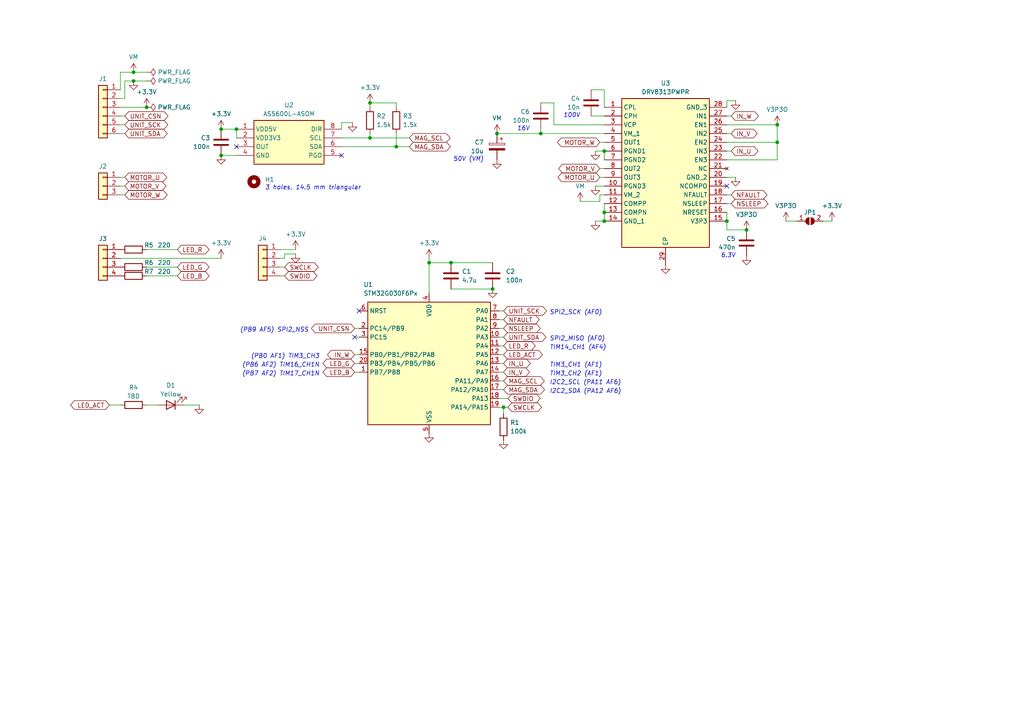
<source format=kicad_sch>
(kicad_sch (version 20230121) (generator eeschema)
  (paper "A4")
  (lib_symbols
    (symbol "Clouds_symbols:AS5600L-ASOM"
      (property "Reference" "U" (at 26.67 7.62 0))
      (property "Value" "AS5600L-ASOM" (at 26.67 5.08 0))
      (symbol "AS5600L-ASOM_1_1"
        (rectangle (start 5.08 2.54) (end 25.4 -10.16) (stroke (width 0.254)) (fill (type background)))
        (pin passive line (at 0 0 0) (length 5.08) (name "VDD5V") (number "1"))
        (pin passive line (at 0 -2.54 0) (length 5.08) (name "VDD3V3") (number "2"))
        (pin passive line (at 0 -5.08 0) (length 5.08) (name "OUT") (number "3"))
        (pin passive line (at 0 -7.62 0) (length 5.08) (name "GND") (number "4"))
        (pin passive line (at 30.48 -7.62 180) (length 5.08) (name "PGO") (number "5"))
        (pin passive line (at 30.48 -5.08 180) (length 5.08) (name "SDA") (number "6"))
        (pin passive line (at 30.48 -2.54 180) (length 5.08) (name "SCL") (number "7"))
        (pin passive line (at 30.48 0 180) (length 5.08) (name "DIR") (number "8"))
      )
    )
    (symbol "Clouds_symbols:DRV8313PWPR"
      (property "Reference" "U" (at 31.75 7.62 0))
      (property "Value" "DRV8313PWPR" (at 31.75 5.08 0))
      (symbol "DRV8313PWPR_1_1"
        (rectangle (start 5.08 2.54) (end 30.48 -40.64) (stroke (width 0.254)) (fill (type background)))
        (pin passive line (at 0 0 0) (length 5.08) (name "CPL") (number "1"))
        (pin passive line (at 0 -22.86 0) (length 5.08) (name "PGND3") (number "10"))
        (pin passive line (at 0 -25.4 0) (length 5.08) (name "VM_2") (number "11"))
        (pin passive line (at 0 -27.94 0) (length 5.08) (name "COMPP") (number "12"))
        (pin passive line (at 0 -30.48 0) (length 5.08) (name "COMPN") (number "13"))
        (pin passive line (at 0 -33.02 0) (length 5.08) (name "GND_1") (number "14"))
        (pin power_out line (at 35.56 -33.02 180) (length 5.08) (name "V3P3") (number "15"))
        (pin passive line (at 35.56 -30.48 180) (length 5.08) (name "NRESET") (number "16"))
        (pin passive line (at 35.56 -27.94 180) (length 5.08) (name "NSLEEP") (number "17"))
        (pin passive line (at 35.56 -25.4 180) (length 5.08) (name "NFAULT") (number "18"))
        (pin passive line (at 35.56 -22.86 180) (length 5.08) (name "NCOMPO") (number "19"))
        (pin passive line (at 0 -2.54 0) (length 5.08) (name "CPH") (number "2"))
        (pin passive line (at 35.56 -20.32 180) (length 5.08) (name "GND_2") (number "20"))
        (pin no_connect line (at 35.56 -17.78 180) (length 5.08) (name "NC") (number "21"))
        (pin passive line (at 35.56 -15.24 180) (length 5.08) (name "EN3") (number "22"))
        (pin passive line (at 35.56 -12.7 180) (length 5.08) (name "IN3") (number "23"))
        (pin passive line (at 35.56 -10.16 180) (length 5.08) (name "EN2") (number "24"))
        (pin passive line (at 35.56 -7.62 180) (length 5.08) (name "IN2") (number "25"))
        (pin passive line (at 35.56 -5.08 180) (length 5.08) (name "EN1") (number "26"))
        (pin passive line (at 35.56 -2.54 180) (length 5.08) (name "IN1") (number "27"))
        (pin passive line (at 35.56 0 180) (length 5.08) (name "GND_3") (number "28"))
        (pin passive line (at 17.78 -45.72 90) (length 5.08) (name "EP") (number "29"))
        (pin passive line (at 0 -5.08 0) (length 5.08) (name "VCP") (number "3"))
        (pin passive line (at 0 -7.62 0) (length 5.08) (name "VM_1") (number "4"))
        (pin passive line (at 0 -10.16 0) (length 5.08) (name "OUT1") (number "5"))
        (pin passive line (at 0 -12.7 0) (length 5.08) (name "PGND1") (number "6"))
        (pin passive line (at 0 -15.24 0) (length 5.08) (name "PGND2") (number "7"))
        (pin passive line (at 0 -17.78 0) (length 5.08) (name "OUT2") (number "8"))
        (pin passive line (at 0 -20.32 0) (length 5.08) (name "OUT3") (number "9"))
      )
    )
    (symbol "Clouds_symbols:V3P3O" (power) (pin_names (offset 0))
      (property "Value" "V3P3O" (at 0 3.81 0))
      (symbol "V3P3O_0_1"
        (polyline (pts (xy -0.762 1.27) (xy 0 2.54)))
        (polyline (pts (xy 0 0) (xy 0 2.54)))
        (polyline (pts (xy 0 2.54) (xy 0.762 1.27)))
      )
      (symbol "V3P3O_1_1"
        (pin power_in line (at 0 0 90) (length 0) hide (name "V3P3O") (number "1"))
      )
    )
    (symbol "Clouds_symbols:VM" (power) (pin_names (offset 0))
      (property "Value" "VM" (at 0 3.81 0))
      (symbol "VM_0_1"
        (polyline (pts (xy -0.762 1.27) (xy 0 2.54)))
        (polyline (pts (xy 0 0) (xy 0 2.54)))
        (polyline (pts (xy 0 2.54) (xy 0.762 1.27)))
      )
      (symbol "VM_1_1"
        (pin power_in line (at 0 0 90) (length 0) hide (name "VM") (number "1"))
      )
    )
    (symbol "Connector_Generic:Conn_01x03" (pin_names (offset 1.016) hide)
      (property "Reference" "J" (at 0 5.08 0))
      (property "Value" "Conn_01x03" (at 0 -5.08 0))
      (symbol "Conn_01x03_1_1"
        (rectangle (start -1.27 -2.413) (end 0 -2.667) (stroke (width 0.1524)))
        (rectangle (start -1.27 0.127) (end 0 -0.127) (stroke (width 0.1524)))
        (rectangle (start -1.27 2.667) (end 0 2.413) (stroke (width 0.1524)))
        (rectangle (start -1.27 3.81) (end 1.27 -3.81) (stroke (width 0.254)) (fill (type background)))
        (pin passive line (at -5.08 2.54 0) (length 3.81) (name "Pin_1") (number "1"))
        (pin passive line (at -5.08 0 0) (length 3.81) (name "Pin_2") (number "2"))
        (pin passive line (at -5.08 -2.54 0) (length 3.81) (name "Pin_3") (number "3"))
      )
    )
    (symbol "Connector_Generic:Conn_01x04" (pin_names (offset 1.016) hide)
      (property "Reference" "J" (at 0 5.08 0))
      (property "Value" "Conn_01x04" (at 0 -7.62 0))
      (symbol "Conn_01x04_1_1"
        (rectangle (start -1.27 -4.953) (end 0 -5.207) (stroke (width 0.1524)))
        (rectangle (start -1.27 -2.413) (end 0 -2.667) (stroke (width 0.1524)))
        (rectangle (start -1.27 0.127) (end 0 -0.127) (stroke (width 0.1524)))
        (rectangle (start -1.27 2.667) (end 0 2.413) (stroke (width 0.1524)))
        (rectangle (start -1.27 3.81) (end 1.27 -6.35) (stroke (width 0.254)) (fill (type background)))
        (pin passive line (at -5.08 2.54 0) (length 3.81) (name "Pin_1") (number "1"))
        (pin passive line (at -5.08 0 0) (length 3.81) (name "Pin_2") (number "2"))
        (pin passive line (at -5.08 -2.54 0) (length 3.81) (name "Pin_3") (number "3"))
        (pin passive line (at -5.08 -5.08 0) (length 3.81) (name "Pin_4") (number "4"))
      )
    )
    (symbol "Connector_Generic:Conn_01x06" (pin_names (offset 1.016) hide)
      (property "Reference" "J" (at 0 7.62 0))
      (property "Value" "Conn_01x06" (at 0 -10.16 0))
      (symbol "Conn_01x06_1_1"
        (rectangle (start -1.27 -7.493) (end 0 -7.747) (stroke (width 0.1524)))
        (rectangle (start -1.27 -4.953) (end 0 -5.207) (stroke (width 0.1524)))
        (rectangle (start -1.27 -2.413) (end 0 -2.667) (stroke (width 0.1524)))
        (rectangle (start -1.27 0.127) (end 0 -0.127) (stroke (width 0.1524)))
        (rectangle (start -1.27 2.667) (end 0 2.413) (stroke (width 0.1524)))
        (rectangle (start -1.27 5.207) (end 0 4.953) (stroke (width 0.1524)))
        (rectangle (start -1.27 6.35) (end 1.27 -8.89) (stroke (width 0.254)) (fill (type background)))
        (pin passive line (at -5.08 5.08 0) (length 3.81) (name "Pin_1") (number "1"))
        (pin passive line (at -5.08 2.54 0) (length 3.81) (name "Pin_2") (number "2"))
        (pin passive line (at -5.08 0 0) (length 3.81) (name "Pin_3") (number "3"))
        (pin passive line (at -5.08 -2.54 0) (length 3.81) (name "Pin_4") (number "4"))
        (pin passive line (at -5.08 -5.08 0) (length 3.81) (name "Pin_5") (number "5"))
        (pin passive line (at -5.08 -7.62 0) (length 3.81) (name "Pin_6") (number "6"))
      )
    )
    (symbol "Device:C" (pin_numbers hide) (pin_names (offset 0.254))
      (property "Reference" "C" (at 0.635 2.54 0))
      (property "Value" "C" (at 0.635 -2.54 0))
      (symbol "C_0_1"
        (polyline (pts (xy -2.032 -0.762) (xy 2.032 -0.762)) (stroke (width 0.508)))
        (polyline (pts (xy -2.032 0.762) (xy 2.032 0.762)) (stroke (width 0.508)))
      )
      (symbol "C_1_1"
        (pin passive line (at 0 3.81 270) (length 2.794) (name "~") (number "1"))
        (pin passive line (at 0 -3.81 90) (length 2.794) (name "~") (number "2"))
      )
    )
    (symbol "Device:C_Polarized" (pin_numbers hide) (pin_names (offset 0.254))
      (property "Reference" "C" (at 0.635 2.54 0))
      (property "Value" "C_Polarized" (at 0.635 -2.54 0))
      (symbol "C_Polarized_0_1"
        (rectangle (start -2.286 0.508) (end 2.286 1.016))
        (polyline (pts (xy -1.778 2.286) (xy -0.762 2.286)))
        (polyline (pts (xy -1.27 2.794) (xy -1.27 1.778)))
        (rectangle (start 2.286 -0.508) (end -2.286 -1.016) (fill (type outline)))
      )
      (symbol "C_Polarized_1_1"
        (pin passive line (at 0 3.81 270) (length 2.794) (name "~") (number "1"))
        (pin passive line (at 0 -3.81 90) (length 2.794) (name "~") (number "2"))
      )
    )
    (symbol "Device:LED" (pin_numbers hide) (pin_names (offset 1.016) hide)
      (property "Reference" "D" (at 0 2.54 0))
      (property "Value" "LED" (at 0 -2.54 0))
      (symbol "LED_0_1"
        (polyline (pts (xy -1.27 -1.27) (xy -1.27 1.27)) (stroke (width 0.254)))
        (polyline (pts (xy -1.27 0) (xy 1.27 0)))
        (polyline (pts (xy 1.27 -1.27) (xy 1.27 1.27) (xy -1.27 0) (xy 1.27 -1.27)) (stroke (width 0.254)))
        (polyline (pts (xy -3.048 -0.762) (xy -4.572 -2.286) (xy -3.81 -2.286) (xy -4.572 -2.286) (xy -4.572 -1.524)))
        (polyline (pts (xy -1.778 -0.762) (xy -3.302 -2.286) (xy -2.54 -2.286) (xy -3.302 -2.286) (xy -3.302 -1.524)))
      )
      (symbol "LED_1_1"
        (pin passive line (at -3.81 0 0) (length 2.54) (name "K") (number "1"))
        (pin passive line (at 3.81 0 180) (length 2.54) (name "A") (number "2"))
      )
    )
    (symbol "Device:R" (pin_numbers hide) (pin_names (offset 0))
      (property "Reference" "R" (at 2.032 0 90))
      (property "Value" "R" (at 0 0 90))
      (symbol "R_0_1"
        (rectangle (start -1.016 -2.54) (end 1.016 2.54) (stroke (width 0.254)))
      )
      (symbol "R_1_1"
        (pin passive line (at 0 3.81 270) (length 1.27) (name "~") (number "1"))
        (pin passive line (at 0 -3.81 90) (length 1.27) (name "~") (number "2"))
      )
    )
    (symbol "Jumper:SolderJumper_2_Open" (pin_names (offset 0) hide)
      (property "Reference" "JP" (at 0 2.032 0))
      (property "Value" "SolderJumper_2_Open" (at 0 -2.54 0))
      (symbol "SolderJumper_2_Open_0_1"
        (arc (start -0.254 1.016) (mid -1.2656 0) (end -0.254 -1.016))
        (arc (start -0.254 1.016) (mid -1.2656 0) (end -0.254 -1.016) (fill (type outline)))
        (polyline (pts (xy -0.254 1.016) (xy -0.254 -1.016)))
        (polyline (pts (xy 0.254 1.016) (xy 0.254 -1.016)))
        (arc (start 0.254 -1.016) (mid 1.2656 0) (end 0.254 1.016))
        (arc (start 0.254 -1.016) (mid 1.2656 0) (end 0.254 1.016) (fill (type outline)))
      )
      (symbol "SolderJumper_2_Open_1_1"
        (pin passive line (at -3.81 0 0) (length 2.54) (name "A") (number "1"))
        (pin passive line (at 3.81 0 180) (length 2.54) (name "B") (number "2"))
      )
    )
    (symbol "MCU_ST_STM32G0:STM32G030F6Px"
      (property "Reference" "U" (at -17.78 19.05 0))
      (property "Value" "STM32G030F6Px" (at 2.54 19.05 0))
      (symbol "STM32G030F6Px_0_1"
        (rectangle (start -17.78 -17.78) (end 17.78 17.78) (stroke (width 0.254)) (fill (type background)))
      )
      (symbol "STM32G030F6Px_1_1"
        (pin bidirectional line (at -20.32 -2.54 0) (length 2.54) (name "PB7/PB8") (number "1"))
        (pin bidirectional line (at 20.32 7.62 180) (length 2.54) (name "PA3") (number "10"))
        (pin bidirectional line (at 20.32 5.08 180) (length 2.54) (name "PA4") (number "11"))
        (pin bidirectional line (at 20.32 2.54 180) (length 2.54) (name "PA5") (number "12"))
        (pin bidirectional line (at 20.32 0 180) (length 2.54) (name "PA6") (number "13"))
        (pin bidirectional line (at 20.32 -2.54 180) (length 2.54) (name "PA7") (number "14"))
        (pin bidirectional line (at -20.32 2.54 0) (length 2.54) (name "PB0/PB1/PB2/PA8") (number "15"))
        (pin bidirectional line (at 20.32 -5.08 180) (length 2.54) (name "PA11/PA9") (number "16"))
        (pin bidirectional line (at 20.32 -7.62 180) (length 2.54) (name "PA12/PA10") (number "17"))
        (pin bidirectional line (at 20.32 -10.16 180) (length 2.54) (name "PA13") (number "18"))
        (pin bidirectional line (at 20.32 -12.7 180) (length 2.54) (name "PA14/PA15") (number "19"))
        (pin bidirectional line (at -20.32 10.16 0) (length 2.54) (name "PC14/PB9") (number "2"))
        (pin bidirectional line (at -20.32 0 0) (length 2.54) (name "PB3/PB4/PB5/PB6") (number "20"))
        (pin bidirectional line (at -20.32 7.62 0) (length 2.54) (name "PC15") (number "3"))
        (pin power_in line (at 0 20.32 270) (length 2.54) (name "VDD") (number "4"))
        (pin power_in line (at 0 -20.32 90) (length 2.54) (name "VSS") (number "5"))
        (pin input line (at -20.32 15.24 0) (length 2.54) (name "NRST") (number "6"))
        (pin bidirectional line (at 20.32 15.24 180) (length 2.54) (name "PA0") (number "7"))
        (pin bidirectional line (at 20.32 12.7 180) (length 2.54) (name "PA1") (number "8"))
        (pin bidirectional line (at 20.32 10.16 180) (length 2.54) (name "PA2") (number "9"))
      )
    )
    (symbol "Mechanical:MountingHole" (pin_names (offset 1.016))
      (property "Reference" "H" (at 0 5.08 0))
      (property "Value" "MountingHole" (at 0 3.175 0))
      (symbol "MountingHole_0_1"
        (circle (center 0 0) (radius 1.27) (stroke (width 1.27)))
      )
    )
    (symbol "power:+3.3V" (power) (pin_names (offset 0))
      (property "Value" "+3.3V" (at 0 3.556 0))
      (symbol "+3.3V_0_1"
        (polyline (pts (xy -0.762 1.27) (xy 0 2.54)))
        (polyline (pts (xy 0 0) (xy 0 2.54)))
        (polyline (pts (xy 0 2.54) (xy 0.762 1.27)))
      )
      (symbol "+3.3V_1_1"
        (pin power_in line (at 0 0 90) (length 0) hide (name "+3.3V") (number "1"))
      )
    )
    (symbol "power:GND" (power) (pin_names (offset 0))
      (property "Value" "GND" (at 0 -3.81 0))
      (symbol "GND_0_1"
        (polyline (pts (xy 0 0) (xy 0 -1.27) (xy 1.27 -1.27) (xy 0 -2.54) (xy -1.27 -1.27) (xy 0 -1.27)))
      )
      (symbol "GND_1_1"
        (pin power_in line (at 0 0 270) (length 0) hide (name "GND") (number "1"))
      )
    )
    (symbol "power:PWR_FLAG" (power) (pin_numbers hide) (pin_names (offset 0) hide)
      (property "Value" "PWR_FLAG" (at 0 3.81 0))
      (symbol "PWR_FLAG_0_0"
        (pin power_out line (at 0 0 90) (length 0) (name "pwr") (number "1"))
      )
      (symbol "PWR_FLAG_0_1"
        (polyline (pts (xy 0 0) (xy 0 1.27) (xy -1.016 1.905) (xy 0 2.54) (xy 1.016 1.905) (xy 0 1.27)))
      )
    )
  )
  (junction (at 142.875 83.82))
  (junction (at 156.845 38.735))
  (junction (at 175.26 61.595))
  (junction (at 175.26 43.815))
  (junction (at 107.315 29.845))
  (junction (at 216.535 66.675))
  (junction (at 38.735 23.495))
  (junction (at 146.05 118.11))
  (junction (at 130.81 76.2))
  (junction (at 114.935 42.545))
  (junction (at 225.425 36.195))
  (junction (at 175.26 64.135))
  (junction (at 38.735 20.955))
  (junction (at 42.545 31.115))
  (junction (at 68.58 37.465))
  (junction (at 124.46 76.2))
  (junction (at 107.315 40.005))
  (junction (at 144.145 38.735))
  (junction (at 225.425 41.275))
  (junction (at 210.82 64.135))
  (junction (at 64.135 37.465))
  (junction (at 64.135 45.085))
  (no_connect (at 102.87 97.79))
  (no_connect (at 99.06 45.085))
  (no_connect (at 68.58 42.545))
  (no_connect (at 104.14 90.17))
  (no_connect (at 210.82 53.975))
  (wire (pts (xy 144.78 115.57) (xy 147.32 115.57)))
  (wire (pts (xy 156.845 37.465) (xy 156.845 38.735)))
  (wire (pts (xy 225.425 35.56) (xy 225.425 36.195)))
  (wire (pts (xy 130.81 76.2) (xy 142.875 76.2)))
  (wire (pts (xy 42.545 80.01) (xy 51.435 80.01)))
  (wire (pts (xy 38.735 20.955) (xy 42.545 20.955)))
  (wire (pts (xy 42.545 117.475) (xy 45.72 117.475)))
  (wire (pts (xy 31.75 117.475) (xy 34.925 117.475)))
  (wire (pts (xy 156.845 38.735) (xy 175.26 38.735)))
  (wire (pts (xy 102.87 105.41) (xy 104.14 105.41)))
  (wire (pts (xy 34.925 20.955) (xy 38.735 20.955)))
  (wire (pts (xy 82.55 73.66) (xy 85.725 73.66)))
  (wire (pts (xy 146.05 110.49) (xy 144.78 110.49)))
  (wire (pts (xy 64.135 37.465) (xy 68.58 37.465)))
  (wire (pts (xy 107.315 40.005) (xy 118.745 40.005)))
  (wire (pts (xy 173.99 56.515) (xy 173.99 58.42)))
  (wire (pts (xy 34.925 28.575) (xy 36.195 28.575)))
  (wire (pts (xy 241.3 64.135) (xy 238.76 64.135)))
  (wire (pts (xy 146.05 105.41) (xy 144.78 105.41)))
  (wire (pts (xy 124.46 74.93) (xy 124.46 76.2)))
  (wire (pts (xy 99.06 40.005) (xy 107.315 40.005)))
  (wire (pts (xy 210.82 36.195) (xy 225.425 36.195)))
  (wire (pts (xy 173.99 51.435) (xy 175.26 51.435)))
  (wire (pts (xy 146.05 92.71) (xy 144.78 92.71)))
  (wire (pts (xy 210.82 66.675) (xy 210.82 64.135)))
  (wire (pts (xy 36.195 38.735) (xy 34.925 38.735)))
  (wire (pts (xy 144.78 102.87) (xy 146.05 102.87)))
  (wire (pts (xy 107.315 29.845) (xy 107.315 31.115)))
  (wire (pts (xy 225.425 46.355) (xy 225.425 41.275)))
  (wire (pts (xy 210.82 66.675) (xy 216.535 66.675)))
  (wire (pts (xy 146.05 118.11) (xy 146.05 120.015)))
  (wire (pts (xy 225.425 36.195) (xy 225.425 41.275)))
  (wire (pts (xy 210.82 29.21) (xy 213.36 29.21)))
  (wire (pts (xy 82.55 73.66) (xy 82.55 74.93)))
  (wire (pts (xy 175.26 43.815) (xy 175.26 46.355)))
  (wire (pts (xy 99.06 37.465) (xy 99.06 35.56)))
  (wire (pts (xy 212.09 59.055) (xy 210.82 59.055)))
  (wire (pts (xy 38.735 23.495) (xy 42.545 23.495)))
  (wire (pts (xy 34.925 20.955) (xy 34.925 26.035)))
  (wire (pts (xy 175.26 56.515) (xy 173.99 56.515)))
  (wire (pts (xy 114.935 38.735) (xy 114.935 42.545)))
  (wire (pts (xy 34.925 51.435) (xy 36.195 51.435)))
  (wire (pts (xy 130.81 83.82) (xy 142.875 83.82)))
  (wire (pts (xy 34.925 33.655) (xy 36.195 33.655)))
  (wire (pts (xy 173.99 48.895) (xy 175.26 48.895)))
  (wire (pts (xy 175.26 61.595) (xy 175.26 64.135)))
  (wire (pts (xy 82.55 80.01) (xy 81.28 80.01)))
  (wire (pts (xy 118.745 42.545) (xy 114.935 42.545)))
  (wire (pts (xy 34.925 31.115) (xy 42.545 31.115)))
  (wire (pts (xy 210.82 61.595) (xy 210.82 64.135)))
  (wire (pts (xy 42.545 72.39) (xy 51.435 72.39)))
  (wire (pts (xy 102.87 97.79) (xy 104.14 97.79)))
  (wire (pts (xy 114.935 31.115) (xy 114.935 29.845)))
  (wire (pts (xy 144.145 38.735) (xy 156.845 38.735)))
  (wire (pts (xy 146.05 95.25) (xy 144.78 95.25)))
  (wire (pts (xy 171.45 33.655) (xy 175.26 33.655)))
  (wire (pts (xy 102.87 95.25) (xy 104.14 95.25)))
  (wire (pts (xy 175.26 26.035) (xy 171.45 26.035)))
  (wire (pts (xy 68.58 37.465) (xy 68.58 40.005)))
  (wire (pts (xy 42.545 77.47) (xy 51.435 77.47)))
  (wire (pts (xy 146.05 100.33) (xy 144.78 100.33)))
  (wire (pts (xy 107.315 38.735) (xy 107.315 40.005)))
  (wire (pts (xy 172.72 64.135) (xy 175.26 64.135)))
  (wire (pts (xy 102.87 102.87) (xy 104.14 102.87)))
  (wire (pts (xy 156.845 29.845) (xy 160.655 29.845)))
  (wire (pts (xy 210.82 56.515) (xy 212.09 56.515)))
  (wire (pts (xy 146.05 90.17) (xy 144.78 90.17)))
  (wire (pts (xy 175.26 59.055) (xy 175.26 61.595)))
  (wire (pts (xy 99.06 35.56) (xy 102.235 35.56)))
  (wire (pts (xy 210.82 29.21) (xy 210.82 31.115)))
  (wire (pts (xy 146.05 113.03) (xy 144.78 113.03)))
  (wire (pts (xy 34.925 36.195) (xy 36.195 36.195)))
  (wire (pts (xy 173.99 41.275) (xy 175.26 41.275)))
  (wire (pts (xy 124.46 76.2) (xy 130.81 76.2)))
  (wire (pts (xy 160.655 29.845) (xy 160.655 36.195)))
  (wire (pts (xy 53.34 117.475) (xy 57.785 117.475)))
  (wire (pts (xy 81.28 72.39) (xy 85.725 72.39)))
  (wire (pts (xy 210.82 41.275) (xy 225.425 41.275)))
  (wire (pts (xy 82.55 74.93) (xy 81.28 74.93)))
  (wire (pts (xy 175.26 31.115) (xy 175.26 26.035)))
  (wire (pts (xy 114.935 42.545) (xy 99.06 42.545)))
  (wire (pts (xy 227.965 64.135) (xy 231.14 64.135)))
  (wire (pts (xy 213.36 51.435) (xy 210.82 51.435)))
  (wire (pts (xy 82.55 77.47) (xy 81.28 77.47)))
  (wire (pts (xy 212.09 33.655) (xy 210.82 33.655)))
  (wire (pts (xy 114.935 29.845) (xy 107.315 29.845)))
  (wire (pts (xy 34.925 53.975) (xy 36.195 53.975)))
  (wire (pts (xy 124.46 76.2) (xy 124.46 85.09)))
  (wire (pts (xy 36.195 28.575) (xy 36.195 23.495)))
  (wire (pts (xy 173.99 58.42) (xy 168.275 58.42)))
  (wire (pts (xy 102.87 107.95) (xy 104.14 107.95)))
  (wire (pts (xy 146.05 97.79) (xy 144.78 97.79)))
  (wire (pts (xy 160.655 36.195) (xy 175.26 36.195)))
  (wire (pts (xy 146.05 118.11) (xy 144.78 118.11)))
  (wire (pts (xy 210.82 46.355) (xy 225.425 46.355)))
  (wire (pts (xy 34.925 74.93) (xy 64.135 74.93)))
  (wire (pts (xy 147.32 118.11) (xy 146.05 118.11)))
  (wire (pts (xy 212.09 43.815) (xy 210.82 43.815)))
  (wire (pts (xy 172.72 53.975) (xy 175.26 53.975)))
  (wire (pts (xy 64.135 45.085) (xy 68.58 45.085)))
  (wire (pts (xy 212.09 38.735) (xy 210.82 38.735)))
  (wire (pts (xy 172.72 43.815) (xy 175.26 43.815)))
  (wire (pts (xy 146.05 107.95) (xy 144.78 107.95)))
  (wire (pts (xy 34.925 56.515) (xy 36.195 56.515)))
  (wire (pts (xy 36.195 23.495) (xy 38.735 23.495)))
  (text "I2C2_SCL (PA11 AF6)" (at 159.385 111.76 0) (effects (font (size 1.27 1.27) italic) (justify left bottom)))
  (text "I2C2_SDA (PA12 AF6)" (at 159.385 114.3 0) (effects (font (size 1.27 1.27) italic) (justify left bottom)))
  (text "(PB0 AF1) TIM3_CH3" (at 92.71 104.14 0) (effects (font (size 1.27 1.27) italic) (justify right bottom)))
  (text "SPI2_SCK (AF0)" (at 159.385 91.44 0) (effects (font (size 1.27 1.27) italic) (justify left bottom)))
  (text "(PB7 AF2) TIM17_CH1N" (at 92.71 109.22 0) (effects (font (size 1.27 1.27) italic) (justify right bottom)))
  (text "50V (VM)" (at 140.335 46.99 0) (effects (font (size 1.27 1.27) italic) (justify right bottom)))
  (text "16V" (at 153.67 38.1 0) (effects (font (size 1.27 1.27) italic) (justify right bottom)))
  (text "(PB9 AF5) SPI2_NSS" (at 89.535 96.52 0) (effects (font (size 1.27 1.27) italic) (justify right bottom)))
  (text "(PB6 AF2) TIM16_CH1N" (at 92.71 106.68 0) (effects (font (size 1.27 1.27) italic) (justify right bottom)))
  (text "100V" (at 168.275 34.29 0) (effects (font (size 1.27 1.27) italic) (justify right bottom)))
  (text "TIM3_CH1 (AF1)" (at 159.385 106.68 0) (effects (font (size 1.27 1.27) italic) (justify left bottom)))
  (text "TIM3_CH2 (AF1)" (at 159.385 109.22 0) (effects (font (size 1.27 1.27) italic) (justify left bottom)))
  (text "TIM14_CH1 (AF4)" (at 159.385 101.6 0) (effects (font (size 1.27 1.27) italic) (justify left bottom)))
  (text "6.3V" (at 213.36 74.93 0) (effects (font (size 1.27 1.27) italic) (justify right bottom)))
  (text "SPI2_MISO (AF0)" (at 159.385 99.06 0) (effects (font (size 1.27 1.27) italic) (justify left bottom)))
  (text "3 holes, 14.5 mm triangular" (at 76.835 55.245 0) (effects (font (size 1.27 1.27) italic) (justify left bottom)))
  (global_label "MOTOR_W" (shape bidirectional) (at 36.195 56.515 0) (property "Intersheetrefs" "${INTERSHEET_REFS}" (effects hide)))
  (global_label "UNIT_SCK" (shape bidirectional) (at 146.05 90.17 0) (property "Intersheetrefs" "${INTERSHEET_REFS}" (effects hide)))
  (global_label "IN_U" (shape bidirectional) (at 212.09 43.815 0) (property "Intersheetrefs" "${INTERSHEET_REFS}" (effects hide)))
  (global_label "LED_ACT" (shape bidirectional) (at 31.75 117.475 180) (property "Intersheetrefs" "${INTERSHEET_REFS}" (effects hide)))
  (global_label "MOTOR_U" (shape bidirectional) (at 36.195 51.435 0) (property "Intersheetrefs" "${INTERSHEET_REFS}" (effects hide)))
  (global_label "IN_V" (shape bidirectional) (at 212.09 38.735 0) (property "Intersheetrefs" "${INTERSHEET_REFS}" (effects hide)))
  (global_label "LED_R" (shape bidirectional) (at 51.435 72.39 0) (property "Intersheetrefs" "${INTERSHEET_REFS}" (effects hide)))
  (global_label "SWDIO" (shape bidirectional) (at 147.32 115.57 0) (property "Intersheetrefs" "${INTERSHEET_REFS}" (effects hide)))
  (global_label "NSLEEP" (shape bidirectional) (at 146.05 95.25 0) (property "Intersheetrefs" "${INTERSHEET_REFS}" (effects hide)))
  (global_label "SWCLK" (shape bidirectional) (at 82.55 77.47 0) (property "Intersheetrefs" "${INTERSHEET_REFS}" (effects hide)))
  (global_label "LED_G" (shape bidirectional) (at 102.87 105.41 180) (property "Intersheetrefs" "${INTERSHEET_REFS}" (effects hide)))
  (global_label "IN_U" (shape bidirectional) (at 146.05 105.41 0) (property "Intersheetrefs" "${INTERSHEET_REFS}" (effects hide)))
  (global_label "MAG_SDA" (shape bidirectional) (at 146.05 113.03 0) (property "Intersheetrefs" "${INTERSHEET_REFS}" (effects hide)))
  (global_label "UNIT_SDA" (shape bidirectional) (at 146.05 97.79 0) (property "Intersheetrefs" "${INTERSHEET_REFS}" (effects hide)))
  (global_label "UNIT_CSN" (shape bidirectional) (at 36.195 33.655 0) (property "Intersheetrefs" "${INTERSHEET_REFS}" (effects hide)))
  (global_label "LED_B" (shape bidirectional) (at 102.87 107.95 180) (property "Intersheetrefs" "${INTERSHEET_REFS}" (effects hide)))
  (global_label "UNIT_SDA" (shape bidirectional) (at 36.195 38.735 0) (property "Intersheetrefs" "${INTERSHEET_REFS}" (effects hide)))
  (global_label "LED_G" (shape bidirectional) (at 51.435 77.47 0) (property "Intersheetrefs" "${INTERSHEET_REFS}" (effects hide)))
  (global_label "NSLEEP" (shape bidirectional) (at 212.09 59.055 0) (property "Intersheetrefs" "${INTERSHEET_REFS}" (effects hide)))
  (global_label "MOTOR_V" (shape bidirectional) (at 36.195 53.975 0) (property "Intersheetrefs" "${INTERSHEET_REFS}" (effects hide)))
  (global_label "MAG_SDA" (shape bidirectional) (at 118.745 42.545 0) (property "Intersheetrefs" "${INTERSHEET_REFS}" (effects hide)))
  (global_label "NFAULT" (shape bidirectional) (at 212.09 56.515 0) (property "Intersheetrefs" "${INTERSHEET_REFS}" (effects hide)))
  (global_label "MOTOR_V" (shape bidirectional) (at 173.99 48.895 180) (property "Intersheetrefs" "${INTERSHEET_REFS}" (effects hide)))
  (global_label "SWDIO" (shape bidirectional) (at 82.55 80.01 0) (property "Intersheetrefs" "${INTERSHEET_REFS}" (effects hide)))
  (global_label "IN_V" (shape bidirectional) (at 146.05 107.95 0) (property "Intersheetrefs" "${INTERSHEET_REFS}" (effects hide)))
  (global_label "MAG_SCL" (shape bidirectional) (at 118.745 40.005 0) (property "Intersheetrefs" "${INTERSHEET_REFS}" (effects hide)))
  (global_label "MOTOR_U" (shape bidirectional) (at 173.99 51.435 180) (property "Intersheetrefs" "${INTERSHEET_REFS}" (effects hide)))
  (global_label "SWCLK" (shape bidirectional) (at 147.32 118.11 0) (property "Intersheetrefs" "${INTERSHEET_REFS}" (effects hide)))
  (global_label "LED_R" (shape bidirectional) (at 146.05 100.33 0) (property "Intersheetrefs" "${INTERSHEET_REFS}" (effects hide)))
  (global_label "LED_ACT" (shape bidirectional) (at 146.05 102.87 0) (property "Intersheetrefs" "${INTERSHEET_REFS}" (effects hide)))
  (global_label "LED_B" (shape bidirectional) (at 51.435 80.01 0) (property "Intersheetrefs" "${INTERSHEET_REFS}" (effects hide)))
  (global_label "UNIT_CSN" (shape bidirectional) (at 102.87 95.25 180) (property "Intersheetrefs" "${INTERSHEET_REFS}" (effects hide)))
  (global_label "NFAULT" (shape bidirectional) (at 146.05 92.71 0) (property "Intersheetrefs" "${INTERSHEET_REFS}" (effects hide)))
  (global_label "IN_W" (shape bidirectional) (at 102.87 102.87 180) (property "Intersheetrefs" "${INTERSHEET_REFS}" (effects hide)))
  (global_label "UNIT_SCK" (shape bidirectional) (at 36.195 36.195 0) (property "Intersheetrefs" "${INTERSHEET_REFS}" (effects hide)))
  (global_label "MOTOR_W" (shape bidirectional) (at 173.99 41.275 180) (property "Intersheetrefs" "${INTERSHEET_REFS}" (effects hide)))
  (global_label "IN_W" (shape bidirectional) (at 212.09 33.655 0) (property "Intersheetrefs" "${INTERSHEET_REFS}" (effects hide)))
  (global_label "MAG_SCL" (shape bidirectional) (at 146.05 110.49 0) (property "Intersheetrefs" "${INTERSHEET_REFS}" (effects hide)))
  (symbol (lib_id "Device:R") (at 38.735 80.01 90) (unit 1)
    (property "Reference" "R7" (at 43.18 78.74 90))
    (property "Value" "220" (at 47.625 78.74 90))
    (property "Footprint" "Resistor_SMD:R_0603_1608Metric" (effects hide))
  )
  (symbol (lib_id "power:GND") (at 146.05 127.635 0) (unit 1)
    (property "Reference" "#PWR021" (effects hide))
    (property "Value" "GND" (effects hide))
  )
  (symbol (lib_id "power:GND") (at 57.785 117.475 0) (unit 1)
    (property "Reference" "#PWR026" (effects hide))
    (property "Value" "GND" (effects hide))
  )
  (symbol (lib_id "Device:LED") (at 49.53 117.475 180) (unit 1)
    (property "Reference" "D1" (at 49.53 111.76 0))
    (property "Value" "Yellow" (at 49.53 114.3 0))
    (property "Footprint" "LED_SMD:LED_0603_1608Metric" (effects hide))
  )
  (symbol (lib_id "Clouds_symbols:V3P3O") (at 227.965 64.135 0) (unit 1)
    (property "Reference" "#PWR031" (effects hide))
    (property "Value" "V3P3O" (at 227.965 59.69 0))
  )
  (symbol (lib_id "power:GND") (at 213.36 51.435 0) (unit 1)
    (property "Reference" "#PWR04" (effects hide))
    (property "Value" "GND" (effects hide))
  )
  (symbol (lib_id "power:GND") (at 124.46 125.73 0) (unit 1)
    (property "Reference" "#PWR024" (effects hide))
    (property "Value" "GND" (effects hide))
  )
  (symbol (lib_id "power:+3.3V") (at 241.3 64.135 0) (unit 1)
    (property "Reference" "#PWR09" (effects hide))
    (property "Value" "+3.3V" (at 241.3 59.69 0))
  )
  (symbol (lib_id "Jumper:SolderJumper_2_Open") (at 234.95 64.135 0) (unit 1)
    (property "Reference" "JP1" (at 234.95 61.595 0))
    (property "Value" "SolderJumper_2_Open" (effects hide))
    (property "Footprint" "Jumper:SolderJumper-2_P1.3mm_Open_RoundedPad1.0x1.5mm" (effects hide))
  )
  (symbol (lib_id "Device:C") (at 130.81 80.01 0) (unit 1)
    (property "Reference" "C1" (at 133.985 78.74 0) (effects (justify left)))
    (property "Value" "4.7u" (at 133.985 81.28 0) (effects (justify left)))
    (property "Footprint" "Capacitor_SMD:C_0603_1608Metric" (effects hide))
  )
  (symbol (lib_id "Device:R") (at 38.735 72.39 90) (unit 1)
    (property "Reference" "R5" (at 43.18 71.12 90))
    (property "Value" "220" (at 47.625 71.12 90))
    (property "Footprint" "Resistor_SMD:R_0603_1608Metric" (effects hide))
  )
  (symbol (lib_id "power:+3.3V") (at 42.545 31.115 0) (unit 1)
    (property "Reference" "#PWR025" (effects hide))
    (property "Value" "+3.3V" (at 42.545 26.67 0))
  )
  (symbol (lib_id "Device:C") (at 216.535 70.485 0) (mirror y) (unit 1)
    (property "Reference" "C5" (at 213.36 69.215 0) (effects (justify left)))
    (property "Value" "470n" (at 213.36 71.755 0) (effects (justify left)))
    (property "Footprint" "Capacitor_SMD:C_0805_2012Metric" (effects hide))
  )
  (symbol (lib_id "Connector_Generic:Conn_01x03") (at 29.845 53.975 0) (mirror y) (unit 1)
    (property "Reference" "J2" (at 29.845 48.26 0))
    (property "Value" "Conn_01x03" (effects hide))
    (property "Footprint" "Connector_PinHeader_2.54mm:PinHeader_1x03_P2.54mm_Vertical" (effects hide))
  )
  (symbol (lib_id "Clouds_symbols:VM") (at 168.275 58.42 0) (unit 1)
    (property "Reference" "#PWR016" (effects hide))
    (property "Value" "VM" (at 168.275 53.975 0))
  )
  (symbol (lib_id "power:GND") (at 64.135 45.085 0) (unit 1)
    (property "Reference" "#PWR012" (effects hide))
    (property "Value" "GND" (effects hide))
  )
  (symbol (lib_id "Clouds_symbols:V3P3O") (at 225.425 36.195 0) (mirror y) (unit 1)
    (property "Reference" "#PWR018" (effects hide))
    (property "Value" "V3P3O" (at 225.425 31.75 0))
  )
  (symbol (lib_id "Device:R") (at 38.735 77.47 90) (unit 1)
    (property "Reference" "R6" (at 43.18 76.2 90))
    (property "Value" "220" (at 47.625 76.2 90))
    (property "Footprint" "Resistor_SMD:R_0603_1608Metric" (effects hide))
  )
  (symbol (lib_id "Clouds_symbols:VM") (at 144.145 38.735 0) (unit 1)
    (property "Reference" "#PWR010" (effects hide))
    (property "Value" "VM" (at 144.145 34.29 0))
  )
  (symbol (lib_id "Device:C") (at 171.45 29.845 0) (unit 1)
    (property "Reference" "C4" (at 168.275 28.575 0) (effects (justify right)))
    (property "Value" "10n" (at 168.275 31.115 0) (effects (justify right)))
    (property "Footprint" "Capacitor_SMD:C_0603_1608Metric" (effects hide))
  )
  (symbol (lib_id "MCU_ST_STM32G0:STM32G030F6Px") (at 124.46 105.41 0) (unit 1)
    (property "Reference" "U1" (at 105.41 82.55 0) (effects (justify left)))
    (property "Value" "STM32G030F6Px" (at 105.41 85.09 0) (effects (justify left)))
    (property "Footprint" "Package_SO:TSSOP-20_4.4x6.5mm_P0.65mm" (effects hide))
    (property "Datasheet" "https://www.st.com/resource/en/datasheet/stm32g030f6.pdf" (effects hide))
  )
  (symbol (lib_id "power:GND") (at 38.735 23.495 0) (unit 1)
    (property "Reference" "#PWR02" (effects hide))
    (property "Value" "GND" (effects hide))
  )
  (symbol (lib_id "power:GND") (at 172.72 43.815 0) (unit 1)
    (property "Reference" "#PWR07" (effects hide))
    (property "Value" "GND" (effects hide))
  )
  (symbol (lib_id "power:PWR_FLAG") (at 42.545 20.955 270) (unit 1)
    (property "Reference" "#FLG01" (effects hide))
    (property "Value" "PWR_FLAG" (at 45.72 20.955 90) (effects (justify left)))
  )
  (symbol (lib_id "Connector_Generic:Conn_01x04") (at 76.2 74.93 0) (mirror y) (unit 1)
    (property "Reference" "J4" (at 76.2 69.215 0))
    (property "Value" "Conn_01x04" (effects hide))
    (property "Footprint" "Clouds_footprints:TestPoints_1x04_P2.0" (effects hide))
  )
  (symbol (lib_id "Device:R") (at 114.935 34.925 0) (unit 1)
    (property "Reference" "R3" (at 116.84 33.655 0) (effects (justify left)))
    (property "Value" "1.5k" (at 116.84 36.195 0) (effects (justify left)))
    (property "Footprint" "Resistor_SMD:R_0603_1608Metric" (effects hide))
  )
  (symbol (lib_id "power:GND") (at 213.36 29.21 0) (unit 1)
    (property "Reference" "#PWR05" (effects hide))
    (property "Value" "GND" (effects hide))
  )
  (symbol (lib_id "power:GND") (at 85.725 73.66 0) (unit 1)
    (property "Reference" "#PWR029" (effects hide))
    (property "Value" "GND" (effects hide))
  )
  (symbol (lib_id "power:GND") (at 193.04 76.835 0) (unit 1)
    (property "Reference" "#PWR017" (effects hide))
    (property "Value" "GND" (effects hide))
  )
  (symbol (lib_id "Clouds_symbols:V3P3O") (at 216.535 66.675 0) (unit 1)
    (property "Reference" "#PWR019" (effects hide))
    (property "Value" "V3P3O" (at 216.535 62.23 0))
  )
  (symbol (lib_id "power:GND") (at 216.535 74.295 0) (unit 1)
    (property "Reference" "#PWR015" (effects hide))
    (property "Value" "GND" (effects hide))
  )
  (symbol (lib_id "Device:C_Polarized") (at 144.145 42.545 0) (mirror y) (unit 1)
    (property "Reference" "C7" (at 140.335 41.275 0) (effects (justify left)))
    (property "Value" "10u" (at 140.335 43.815 0) (effects (justify left)))
    (property "Footprint" "Capacitor_SMD:CP_Elec_5x3.9" (effects hide))
  )
  (symbol (lib_id "Clouds_symbols:VM") (at 38.735 20.955 0) (unit 1)
    (property "Reference" "#PWR01" (effects hide))
    (property "Value" "VM" (at 38.735 16.51 0))
  )
  (symbol (lib_id "power:+3.3V") (at 85.725 72.39 0) (unit 1)
    (property "Reference" "#PWR028" (effects hide))
    (property "Value" "+3.3V" (at 85.725 67.945 0))
  )
  (symbol (lib_id "power:GND") (at 102.235 35.56 0) (unit 1)
    (property "Reference" "#PWR013" (effects hide))
    (property "Value" "GND" (effects hide))
  )
  (symbol (lib_id "Device:C") (at 64.135 41.275 0) (unit 1)
    (property "Reference" "C3" (at 60.96 40.005 0) (effects (justify right)))
    (property "Value" "100n" (at 60.96 42.545 0) (effects (justify right)))
    (property "Footprint" "Capacitor_SMD:C_0603_1608Metric" (effects hide))
  )
  (symbol (lib_id "Connector_Generic:Conn_01x04") (at 29.845 74.93 0) (mirror y) (unit 1)
    (property "Reference" "J3" (at 29.845 69.215 0))
    (property "Value" "Conn_01x04" (effects hide))
    (property "Footprint" "Connector_PinHeader_2.00mm:PinHeader_1x04_P2.00mm_Vertical" (effects hide))
  )
  (symbol (lib_id "Device:C") (at 156.845 33.655 0) (unit 1)
    (property "Reference" "C6" (at 153.67 32.385 0) (effects (justify right)))
    (property "Value" "100n" (at 153.67 34.925 0) (effects (justify right)))
    (property "Footprint" "Capacitor_SMD:C_0603_1608Metric" (effects hide))
  )
  (symbol (lib_id "power:PWR_FLAG") (at 42.545 31.115 270) (unit 1)
    (property "Reference" "#FLG02" (effects hide))
    (property "Value" "PWR_FLAG" (at 45.72 31.115 90) (effects (justify left)))
  )
  (symbol (lib_id "power:GND") (at 142.875 83.82 0) (unit 1)
    (property "Reference" "#PWR022" (effects hide))
    (property "Value" "GND" (effects hide))
  )
  (symbol (lib_id "Device:R") (at 146.05 123.825 0) (unit 1)
    (property "Reference" "R1" (at 147.955 122.555 0) (effects (justify left)))
    (property "Value" "100k" (at 147.955 125.095 0) (effects (justify left)))
    (property "Footprint" "Resistor_SMD:R_0603_1608Metric" (effects hide))
  )
  (symbol (lib_id "Clouds_symbols:AS5600L-ASOM") (at 68.58 37.465 0) (unit 1)
    (property "Reference" "U2" (at 83.82 30.48 0))
    (property "Value" "AS5600L-ASOM" (at 83.82 33.02 0))
    (property "Footprint" "Clouds_footprints:SOIC127P600X175-8N" (effects hide))
    (property "Datasheet" "https://www.mouser.com/datasheet/2/588/AS5600L_DS000545_2-00-1379746.pdf" (effects hide))
    (property "Height" "1.75" (effects hide))
    (property "Manufacturer_Name" "ams" (effects hide))
    (property "Manufacturer_Part_Number" "AS5600L-ASOM" (effects hide))
    (property "Mouser Part Number" "985-AS5600L-ASOM" (effects hide))
    (property "Mouser Price/Stock" "https://www.mouser.co.uk/ProductDetail/ams/AS5600L-ASOM?qs=%252BEew9%252B0nqrBunD4f%2FviZXA%3D%3D" (effects hide))
    (property "Arrow Part Number" "AS5600L-ASOM" (effects hide))
    (property "Arrow Price/Stock" "https://www.arrow.com/en/products/as5600l-asom/ams-ag?region=europe" (effects hide))
  )
  (symbol (lib_id "power:+3.3V") (at 124.46 74.93 0) (unit 1)
    (property "Reference" "#PWR023" (effects hide))
    (property "Value" "+3.3V" (at 124.46 70.485 0))
  )
  (symbol (lib_id "power:+3.3V") (at 107.315 29.845 0) (unit 1)
    (property "Reference" "#PWR014" (effects hide))
    (property "Value" "+3.3V" (at 107.315 25.4 0))
  )
  (symbol (lib_id "power:+3.3V") (at 64.135 37.465 0) (unit 1)
    (property "Reference" "#PWR08" (effects hide))
    (property "Value" "+3.3V" (at 64.135 33.02 0))
  )
  (symbol (lib_id "power:GND") (at 172.72 64.135 0) (unit 1)
    (property "Reference" "#PWR03" (effects hide))
    (property "Value" "GND" (effects hide))
  )
  (symbol (lib_id "Device:C") (at 142.875 80.01 0) (unit 1)
    (property "Reference" "C2" (at 146.685 78.74 0) (effects (justify left)))
    (property "Value" "100n" (at 146.685 81.28 0) (effects (justify left)))
    (property "Footprint" "Capacitor_SMD:C_0603_1608Metric" (effects hide))
  )
  (symbol (lib_id "Mechanical:MountingHole") (at 73.66 52.705 0) (unit 1)
    (property "Reference" "H1" (at 76.835 52.07 0) (effects (justify left)))
    (property "Value" "MountingHole" (effects hide))
    (property "Footprint" "Clouds_footprints:MountingHoles_M3_Tri14.5" (effects hide))
  )
  (symbol (lib_id "Device:R") (at 38.735 117.475 90) (unit 1)
    (property "Reference" "R4" (at 38.735 112.395 90))
    (property "Value" "TBD" (at 38.735 114.935 90))
    (property "Footprint" "Resistor_SMD:R_0603_1608Metric" (effects hide))
  )
  (symbol (lib_id "Connector_Generic:Conn_01x06") (at 29.845 31.115 0) (mirror y) (unit 1)
    (property "Reference" "J1" (at 29.845 22.86 0))
    (property "Value" "Conn_01x06" (effects hide))
    (property "Footprint" "Connector_PinHeader_2.54mm:PinHeader_1x06_P2.54mm_Vertical" (effects hide))
  )
  (symbol (lib_id "Clouds_symbols:DRV8313PWPR") (at 175.26 31.115 0) (unit 1)
    (property "Reference" "U3" (at 193.04 24.13 0))
    (property "Value" "DRV8313PWPR" (at 193.04 26.67 0))
    (property "Footprint" "Clouds_footprints:SOP65P640X120-29N" (effects hide))
    (property "Datasheet" "http://www.ti.com/lit/gpn/drv8313" (effects hide))
    (property "Height" "1.2" (effects hide))
    (property "Manufacturer_Name" "Texas Instruments" (effects hide))
    (property "Manufacturer_Part_Number" "DRV8313PWPR" (effects hide))
    (property "Mouser Part Number" "595-DRV8313PWPR" (effects hide))
    (property "Mouser Price/Stock" "https://www.mouser.co.uk/ProductDetail/Texas-Instruments/DRV8313PWPR?qs=aQEsdMNF%2FMwPk4783CnTRg%3D%3D" (effects hide))
    (property "Arrow Part Number" "DRV8313PWPR" (effects hide))
    (property "Arrow Price/Stock" "https://www.arrow.com/en/products/drv8313pwpr/texas-instruments?region=nac" (effects hide))
  )
  (symbol (lib_id "power:+3.3V") (at 64.135 74.93 0) (unit 1)
    (property "Reference" "#PWR027" (effects hide))
    (property "Value" "+3.3V" (at 64.135 70.485 0))
  )
  (symbol (lib_id "power:GND") (at 144.145 46.355 0) (unit 1)
    (property "Reference" "#PWR011" (effects hide))
    (property "Value" "GND" (effects hide))
  )
  (symbol (lib_id "power:GND") (at 172.72 53.975 0) (unit 1)
    (property "Reference" "#PWR06" (effects hide))
    (property "Value" "GND" (effects hide))
  )
  (symbol (lib_id "power:PWR_FLAG") (at 42.545 23.495 270) (unit 1)
    (property "Reference" "#FLG0101" (effects hide))
    (property "Value" "PWR_FLAG" (at 45.72 23.495 90) (effects (justify left)))
  )
  (symbol (lib_id "Device:R") (at 107.315 34.925 0) (unit 1)
    (property "Reference" "R2" (at 109.22 33.655 0) (effects (justify left)))
    (property "Value" "1.5k" (at 109.22 36.195 0) (effects (justify left)))
    (property "Footprint" "Resistor_SMD:R_0603_1608Metric" (effects hide))
  )
)
</source>
